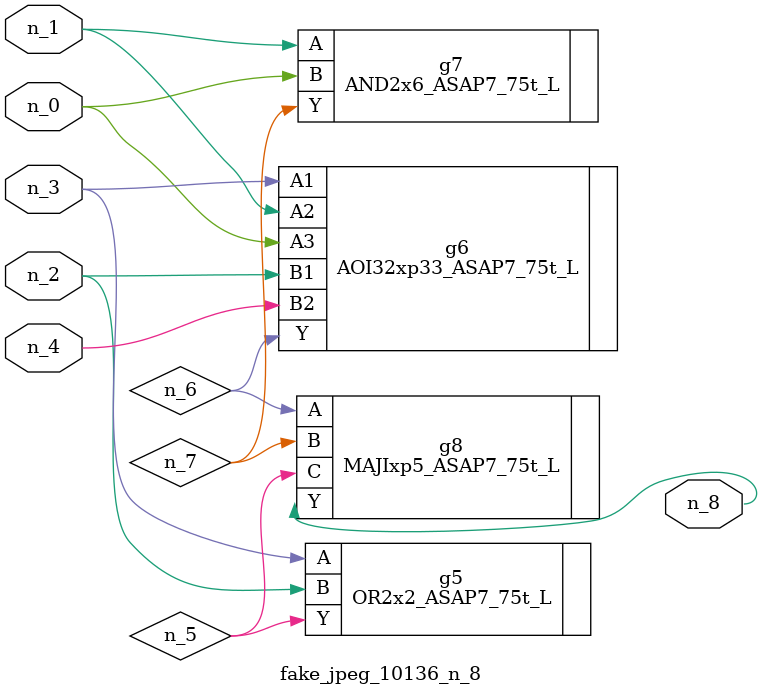
<source format=v>
module fake_jpeg_10136_n_8 (n_3, n_2, n_1, n_0, n_4, n_8);

input n_3;
input n_2;
input n_1;
input n_0;
input n_4;

output n_8;

wire n_6;
wire n_5;
wire n_7;

OR2x2_ASAP7_75t_L g5 ( 
.A(n_3),
.B(n_2),
.Y(n_5)
);

AOI32xp33_ASAP7_75t_L g6 ( 
.A1(n_3),
.A2(n_1),
.A3(n_0),
.B1(n_2),
.B2(n_4),
.Y(n_6)
);

AND2x6_ASAP7_75t_L g7 ( 
.A(n_1),
.B(n_0),
.Y(n_7)
);

MAJIxp5_ASAP7_75t_L g8 ( 
.A(n_6),
.B(n_7),
.C(n_5),
.Y(n_8)
);


endmodule
</source>
